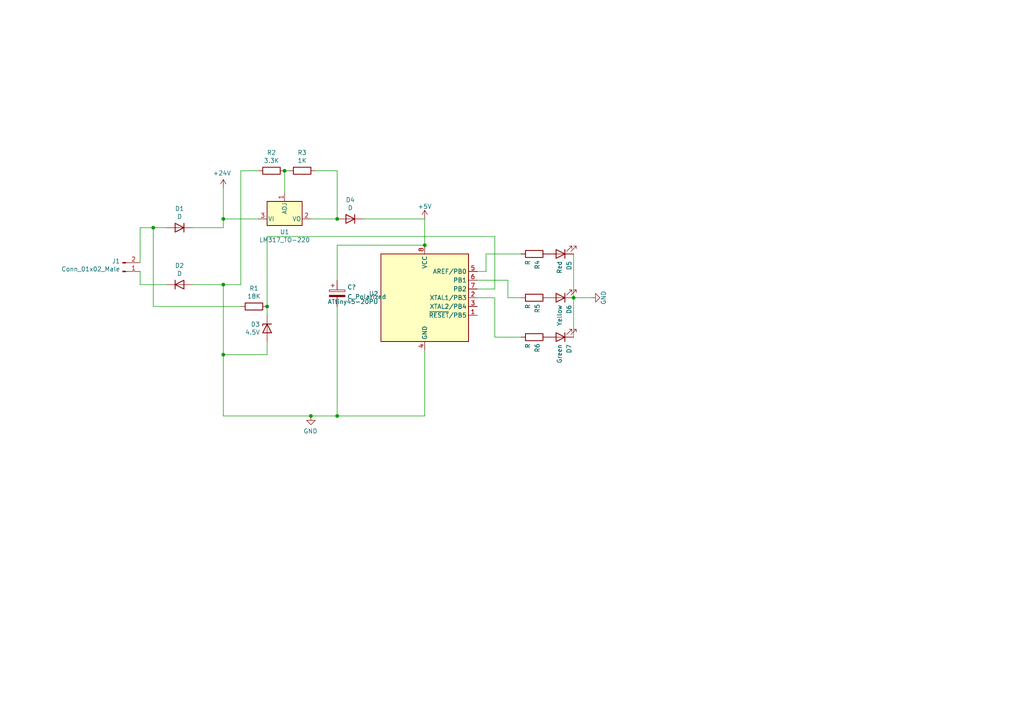
<source format=kicad_sch>
(kicad_sch (version 20211123) (generator eeschema)
  (paper "A4")
  (lib_symbols
    (symbol "Connector:Conn_01x02_Male" (pin_names (offset 1.016) hide)
      (property "Reference" "J" (at 0 2.54 0))
      (property "Value" "Conn_01x02_Male" (at 0 -5.08 0))
      (symbol "Conn_01x02_Male_1_1"
        (polyline (pts (xy 1.27 -2.54) (xy 0.8636 -2.54)) (stroke (width 0.1524)))
        (polyline (pts (xy 1.27 0) (xy 0.8636 0)) (stroke (width 0.1524)))
        (rectangle (start 0.8636 -2.413) (end 0 -2.667) (stroke (width 0.1524)) (fill (type outline)))
        (rectangle (start 0.8636 0.127) (end 0 -0.127) (stroke (width 0.1524)) (fill (type outline)))
        (pin passive line (at 5.08 0 180) (length 3.81) (name "Pin_1") (number "1"))
        (pin passive line (at 5.08 -2.54 180) (length 3.81) (name "Pin_2") (number "2"))
      )
    )
    (symbol "Device:C_Polarized" (pin_numbers hide) (pin_names (offset 0.254))
      (property "Reference" "C" (at 0.635 2.54 0))
      (property "Value" "C_Polarized" (at 0.635 -2.54 0))
      (symbol "C_Polarized_0_1"
        (rectangle (start -2.286 0.508) (end 2.286 1.016))
        (polyline (pts (xy -1.778 2.286) (xy -0.762 2.286)))
        (polyline (pts (xy -1.27 2.794) (xy -1.27 1.778)))
        (rectangle (start 2.286 -0.508) (end -2.286 -1.016) (fill (type outline)))
      )
      (symbol "C_Polarized_1_1"
        (pin passive line (at 0 3.81 270) (length 2.794) (name "~") (number "1"))
        (pin passive line (at 0 -3.81 90) (length 2.794) (name "~") (number "2"))
      )
    )
    (symbol "Device:D" (pin_numbers hide) (pin_names (offset 1.016) hide)
      (property "Reference" "D" (at 0 2.54 0))
      (property "Value" "D" (at 0 -2.54 0))
      (symbol "D_0_1"
        (polyline (pts (xy -1.27 1.27) (xy -1.27 -1.27)) (stroke (width 0.254)))
        (polyline (pts (xy 1.27 0) (xy -1.27 0)))
        (polyline (pts (xy 1.27 1.27) (xy 1.27 -1.27) (xy -1.27 0) (xy 1.27 1.27)) (stroke (width 0.254)))
      )
      (symbol "D_1_1"
        (pin passive line (at -3.81 0 0) (length 2.54) (name "K") (number "1"))
        (pin passive line (at 3.81 0 180) (length 2.54) (name "A") (number "2"))
      )
    )
    (symbol "Device:D_Zener" (pin_numbers hide) (pin_names (offset 1.016) hide)
      (property "Reference" "D" (at 0 2.54 0))
      (property "Value" "D_Zener" (at 0 -2.54 0))
      (symbol "D_Zener_0_1"
        (polyline (pts (xy 1.27 0) (xy -1.27 0)))
        (polyline (pts (xy -1.27 -1.27) (xy -1.27 1.27) (xy -0.762 1.27)) (stroke (width 0.254)))
        (polyline (pts (xy 1.27 -1.27) (xy 1.27 1.27) (xy -1.27 0) (xy 1.27 -1.27)) (stroke (width 0.254)))
      )
      (symbol "D_Zener_1_1"
        (pin passive line (at -3.81 0 0) (length 2.54) (name "K") (number "1"))
        (pin passive line (at 3.81 0 180) (length 2.54) (name "A") (number "2"))
      )
    )
    (symbol "Device:LED" (pin_numbers hide) (pin_names (offset 1.016) hide)
      (property "Reference" "D" (at 0 2.54 0))
      (property "Value" "LED" (at 0 -2.54 0))
      (symbol "LED_0_1"
        (polyline (pts (xy -1.27 -1.27) (xy -1.27 1.27)) (stroke (width 0.254)))
        (polyline (pts (xy -1.27 0) (xy 1.27 0)))
        (polyline (pts (xy 1.27 -1.27) (xy 1.27 1.27) (xy -1.27 0) (xy 1.27 -1.27)) (stroke (width 0.254)))
        (polyline (pts (xy -3.048 -0.762) (xy -4.572 -2.286) (xy -3.81 -2.286) (xy -4.572 -2.286) (xy -4.572 -1.524)))
        (polyline (pts (xy -1.778 -0.762) (xy -3.302 -2.286) (xy -2.54 -2.286) (xy -3.302 -2.286) (xy -3.302 -1.524)))
      )
      (symbol "LED_1_1"
        (pin passive line (at -3.81 0 0) (length 2.54) (name "K") (number "1"))
        (pin passive line (at 3.81 0 180) (length 2.54) (name "A") (number "2"))
      )
    )
    (symbol "Device:R" (pin_numbers hide) (pin_names (offset 0))
      (property "Reference" "R" (at 2.032 0 90))
      (property "Value" "R" (at 0 0 90))
      (symbol "R_0_1"
        (rectangle (start -1.016 -2.54) (end 1.016 2.54) (stroke (width 0.254)))
      )
      (symbol "R_1_1"
        (pin passive line (at 0 3.81 270) (length 1.27) (name "~") (number "1"))
        (pin passive line (at 0 -3.81 90) (length 1.27) (name "~") (number "2"))
      )
    )
    (symbol "MCU_Microchip_ATtiny:ATtiny45-20PU"
      (property "Reference" "U" (at -12.7 13.97 0))
      (property "Value" "MCU_Microchip_ATtiny_ATtiny45-20PU" (at 2.54 -13.97 0))
      (symbol "ATtiny45-20PU_0_1"
        (rectangle (start -12.7 -12.7) (end 12.7 12.7) (stroke (width 0.254)) (fill (type background)))
      )
      (symbol "ATtiny45-20PU_1_1"
        (pin bidirectional line (at 15.24 -5.08 180) (length 2.54) (name "~{RESET}/PB5") (number "1"))
        (pin bidirectional line (at 15.24 0 180) (length 2.54) (name "XTAL1/PB3") (number "2"))
        (pin bidirectional line (at 15.24 -2.54 180) (length 2.54) (name "XTAL2/PB4") (number "3"))
        (pin power_in line (at 0 -15.24 90) (length 2.54) (name "GND") (number "4"))
        (pin bidirectional line (at 15.24 7.62 180) (length 2.54) (name "AREF/PB0") (number "5"))
        (pin bidirectional line (at 15.24 5.08 180) (length 2.54) (name "PB1") (number "6"))
        (pin bidirectional line (at 15.24 2.54 180) (length 2.54) (name "PB2") (number "7"))
        (pin power_in line (at 0 15.24 270) (length 2.54) (name "VCC") (number "8"))
      )
    )
    (symbol "Regulator_Linear:LM317_TO-220" (pin_names (offset 0.254))
      (property "Reference" "U" (at -3.81 3.175 0))
      (property "Value" "LM317_TO-220" (at 0 3.175 0))
      (symbol "LM317_TO-220_0_1"
        (rectangle (start -5.08 1.905) (end 5.08 -5.08) (stroke (width 0.254)) (fill (type background)))
      )
      (symbol "LM317_TO-220_1_1"
        (pin input line (at 0 -7.62 90) (length 2.54) (name "ADJ") (number "1"))
        (pin power_out line (at 7.62 0 180) (length 2.54) (name "VO") (number "2"))
        (pin power_in line (at -7.62 0 0) (length 2.54) (name "VI") (number "3"))
      )
    )
    (symbol "power:+24V" (power) (pin_names (offset 0))
      (property "Value" "+24V" (at 0 3.556 0))
      (symbol "+24V_0_1"
        (polyline (pts (xy -0.762 1.27) (xy 0 2.54)))
        (polyline (pts (xy 0 0) (xy 0 2.54)))
        (polyline (pts (xy 0 2.54) (xy 0.762 1.27)))
      )
      (symbol "+24V_1_1"
        (pin power_in line (at 0 0 90) (length 0) hide (name "+24V") (number "1"))
      )
    )
    (symbol "power:+5V" (power) (pin_names (offset 0))
      (property "Value" "+5V" (at 0 3.556 0))
      (symbol "+5V_0_1"
        (polyline (pts (xy -0.762 1.27) (xy 0 2.54)))
        (polyline (pts (xy 0 0) (xy 0 2.54)))
        (polyline (pts (xy 0 2.54) (xy 0.762 1.27)))
      )
      (symbol "+5V_1_1"
        (pin power_in line (at 0 0 90) (length 0) hide (name "+5V") (number "1"))
      )
    )
    (symbol "power:GND" (power) (pin_names (offset 0))
      (property "Value" "GND" (at 0 -3.81 0))
      (symbol "GND_0_1"
        (polyline (pts (xy 0 0) (xy 0 -1.27) (xy 1.27 -1.27) (xy 0 -2.54) (xy -1.27 -1.27) (xy 0 -1.27)))
      )
      (symbol "GND_1_1"
        (pin power_in line (at 0 0 270) (length 0) hide (name "GND") (number "1"))
      )
    )
  )
  (junction (at 123.19 71.12))
  (junction (at 64.77 82.55))
  (junction (at 64.77 102.87))
  (junction (at 166.37 86.36))
  (junction (at 77.47 88.9))
  (junction (at 97.79 63.5))
  (junction (at 44.45 66.04))
  (junction (at 97.79 120.65))
  (junction (at 82.55 49.53))
  (junction (at 64.77 63.5))
  (junction (at 90.17 120.65))
  (wire (pts (xy 74.93 49.53) (xy 69.85 49.53)))
  (wire (pts (xy 138.43 86.36) (xy 143.51 86.36)))
  (wire (pts (xy 97.79 81.28) (xy 97.79 71.12)))
  (wire (pts (xy 69.85 49.53) (xy 69.85 82.55)))
  (wire (pts (xy 140.97 78.74) (xy 138.43 78.74)))
  (wire (pts (xy 97.79 88.9) (xy 97.79 120.65)))
  (wire (pts (xy 40.64 78.74) (xy 40.64 82.55)))
  (wire (pts (xy 64.77 102.87) (xy 64.77 82.55)))
  (wire (pts (xy 64.77 63.5) (xy 64.77 54.61)))
  (wire (pts (xy 77.47 99.06) (xy 77.47 102.87)))
  (wire (pts (xy 105.41 63.5) (xy 123.19 63.5)))
  (wire (pts (xy 97.79 71.12) (xy 123.19 71.12)))
  (wire (pts (xy 77.47 102.87) (xy 64.77 102.87)))
  (wire (pts (xy 83.82 49.53) (xy 82.55 49.53)))
  (wire (pts (xy 166.37 73.66) (xy 166.37 86.36)))
  (wire (pts (xy 77.47 68.58) (xy 77.47 88.9)))
  (wire (pts (xy 140.97 73.66) (xy 140.97 78.74)))
  (wire (pts (xy 97.79 120.65) (xy 123.19 120.65)))
  (wire (pts (xy 91.44 49.53) (xy 97.79 49.53)))
  (wire (pts (xy 97.79 49.53) (xy 97.79 63.5)))
  (wire (pts (xy 40.64 66.04) (xy 40.64 76.2)))
  (wire (pts (xy 64.77 66.04) (xy 64.77 63.5)))
  (wire (pts (xy 97.79 63.5) (xy 90.17 63.5)))
  (wire (pts (xy 138.43 81.28) (xy 147.32 81.28)))
  (wire (pts (xy 44.45 66.04) (xy 44.45 88.9)))
  (wire (pts (xy 77.47 88.9) (xy 77.47 91.44)))
  (wire (pts (xy 143.51 86.36) (xy 143.51 97.79)))
  (wire (pts (xy 44.45 66.04) (xy 40.64 66.04)))
  (wire (pts (xy 64.77 120.65) (xy 64.77 102.87)))
  (wire (pts (xy 147.32 81.28) (xy 147.32 86.36)))
  (wire (pts (xy 166.37 86.36) (xy 166.37 97.79)))
  (wire (pts (xy 147.32 86.36) (xy 151.13 86.36)))
  (wire (pts (xy 64.77 63.5) (xy 74.93 63.5)))
  (wire (pts (xy 55.88 66.04) (xy 64.77 66.04)))
  (wire (pts (xy 143.51 83.82) (xy 143.51 68.58)))
  (wire (pts (xy 123.19 120.65) (xy 123.19 101.6)))
  (wire (pts (xy 123.19 63.5) (xy 123.19 71.12)))
  (wire (pts (xy 143.51 97.79) (xy 151.13 97.79)))
  (wire (pts (xy 151.13 73.66) (xy 140.97 73.66)))
  (wire (pts (xy 48.26 66.04) (xy 44.45 66.04)))
  (wire (pts (xy 90.17 120.65) (xy 97.79 120.65)))
  (wire (pts (xy 138.43 83.82) (xy 143.51 83.82)))
  (wire (pts (xy 48.26 82.55) (xy 40.64 82.55)))
  (wire (pts (xy 82.55 49.53) (xy 82.55 55.88)))
  (wire (pts (xy 69.85 88.9) (xy 44.45 88.9)))
  (wire (pts (xy 64.77 82.55) (xy 55.88 82.55)))
  (wire (pts (xy 90.17 120.65) (xy 64.77 120.65)))
  (wire (pts (xy 143.51 68.58) (xy 77.47 68.58)))
  (wire (pts (xy 171.45 86.36) (xy 166.37 86.36)))
  (wire (pts (xy 69.85 82.55) (xy 64.77 82.55)))
  (symbol (lib_id "Device:D") (at 52.07 66.04 0) (mirror y) (unit 1)
    (property "Reference" "D1" (at 52.07 60.5282 0))
    (property "Value" "D" (at 52.07 62.8396 0))
    (property "Footprint" "Diode_THT:D_A-405_P10.16mm_Horizontal" (effects hide))
  )
  (symbol (lib_id "power:+5V") (at 123.19 63.5 0) (unit 1)
    (property "Reference" "#PWR0103" (effects hide))
    (property "Value" "+5V" (at 123.19 59.8955 0))
  )
  (symbol (lib_id "Device:C_Polarized") (at 97.79 85.09 0) (unit 1)
    (property "Reference" "C?" (at 100.711 83.2925 0) (effects (justify left)))
    (property "Value" "C_Polarized" (at 100.711 86.0676 0) (effects (justify left)))
  )
  (symbol (lib_id "Regulator_Linear:LM317_TO-220") (at 82.55 63.5 0) (mirror x) (unit 1)
    (property "Reference" "U1" (at 82.55 67.2846 0))
    (property "Value" "LM317_TO-220" (at 82.55 69.596 0))
    (property "Footprint" "Package_TO_SOT_THT:TO-220F-3_Horizontal_TabDown" (effects hide))
    (property "Datasheet" "http://www.ti.com/lit/ds/symlink/lm317.pdf" (effects hide))
  )
  (symbol (lib_id "Device:R") (at 154.94 86.36 270) (unit 1)
    (property "Reference" "R5" (at 155.8485 88.138 0) (effects (justify left)))
    (property "Value" "R" (at 153.0734 88.138 0) (effects (justify left)))
    (property "Footprint" "Resistor_THT:R_Axial_DIN0207_L6.3mm_D2.5mm_P7.62mm_Horizontal" (effects hide))
  )
  (symbol (lib_id "Device:LED") (at 162.56 73.66 180) (unit 1)
    (property "Reference" "D5" (at 165.056 75.692 90) (effects (justify left)))
    (property "Value" "Red" (at 162.2809 75.692 90) (effects (justify left)))
    (property "Footprint" "LED_THT:LED_D3.0mm" (effects hide))
  )
  (symbol (lib_id "Device:R") (at 87.63 49.53 90) (mirror x) (unit 1)
    (property "Reference" "R3" (at 87.63 44.2722 90))
    (property "Value" "1K" (at 87.63 46.5836 90))
    (property "Footprint" "Resistor_THT:R_Axial_DIN0207_L6.3mm_D2.5mm_P7.62mm_Horizontal" (effects hide))
  )
  (symbol (lib_id "Device:R") (at 154.94 97.79 270) (unit 1)
    (property "Reference" "R6" (at 155.8485 99.568 0) (effects (justify left)))
    (property "Value" "R" (at 153.0734 99.568 0) (effects (justify left)))
    (property "Footprint" "Resistor_THT:R_Axial_DIN0207_L6.3mm_D2.5mm_P7.62mm_Horizontal" (effects hide))
  )
  (symbol (lib_id "power:GND") (at 171.45 86.36 90) (unit 1)
    (property "Reference" "#PWR0102" (effects hide))
    (property "Value" "GND" (at 175.0545 86.36 0))
  )
  (symbol (lib_id "Device:R") (at 154.94 73.66 270) (unit 1)
    (property "Reference" "R4" (at 155.8485 75.438 0) (effects (justify left)))
    (property "Value" "R" (at 153.0734 75.438 0) (effects (justify left)))
    (property "Footprint" "Resistor_THT:R_Axial_DIN0207_L6.3mm_D2.5mm_P7.62mm_Horizontal" (effects hide))
  )
  (symbol (lib_id "Device:R") (at 78.74 49.53 270) (mirror x) (unit 1)
    (property "Reference" "R2" (at 78.74 44.2722 90))
    (property "Value" "3.3K" (at 78.74 46.5836 90))
    (property "Footprint" "Resistor_THT:R_Axial_DIN0207_L6.3mm_D2.5mm_P7.62mm_Horizontal" (effects hide))
  )
  (symbol (lib_id "Connector:Conn_01x02_Male") (at 35.56 78.74 0) (mirror x) (unit 1)
    (property "Reference" "J1" (at 34.8488 75.7428 0) (effects (justify right)))
    (property "Value" "Conn_01x02_Male" (at 34.8488 78.0542 0) (effects (justify right)))
    (property "Footprint" "Connector_Wire:SolderWire-0.127sqmm_1x02_P3.7mm_D0.48mm_OD1mm_Relief" (effects hide))
  )
  (symbol (lib_id "MCU_Microchip_ATtiny:ATtiny45-20PU") (at 123.19 86.36 0) (unit 1)
    (property "Reference" "U2" (at 109.728 85.1916 0) (effects (justify right)))
    (property "Value" "ATtiny45-20PU" (at 109.728 87.503 0) (effects (justify right)))
    (property "Footprint" "Package_DIP:DIP-8_W7.62mm_LongPads" (effects hide))
    (property "Datasheet" "http://ww1.microchip.com/downloads/en/DeviceDoc/atmel-2586-avr-8-bit-microcontroller-attiny25-attiny45-attiny85_datasheet.pdf" (effects hide))
  )
  (symbol (lib_id "Device:D_Zener") (at 77.47 95.25 90) (mirror x) (unit 1)
    (property "Reference" "D3" (at 75.438 94.0816 90) (effects (justify left)))
    (property "Value" "4.5V" (at 75.438 96.393 90) (effects (justify left)))
    (property "Footprint" "Diode_THT:D_DO-35_SOD27_P7.62mm_Horizontal" (effects hide))
  )
  (symbol (lib_id "Device:LED") (at 162.56 97.79 180) (unit 1)
    (property "Reference" "D7" (at 165.056 99.822 90) (effects (justify left)))
    (property "Value" "Green" (at 162.2809 99.822 90) (effects (justify left)))
    (property "Footprint" "LED_THT:LED_D3.0mm" (effects hide))
  )
  (symbol (lib_id "Device:R") (at 73.66 88.9 90) (mirror x) (unit 1)
    (property "Reference" "R1" (at 73.66 83.6422 90))
    (property "Value" "18K" (at 73.66 85.9536 90))
    (property "Footprint" "Resistor_THT:R_Axial_DIN0207_L6.3mm_D2.5mm_P7.62mm_Horizontal" (effects hide))
  )
  (symbol (lib_id "power:+24V") (at 64.77 54.61 0) (mirror y) (unit 1)
    (property "Reference" "#PWR0104" (effects hide))
    (property "Value" "+24V" (at 64.389 50.2158 0))
  )
  (symbol (lib_id "Device:D") (at 52.07 82.55 0) (mirror x) (unit 1)
    (property "Reference" "D2" (at 52.07 77.0382 0))
    (property "Value" "D" (at 52.07 79.3496 0))
    (property "Footprint" "Diode_THT:D_A-405_P10.16mm_Horizontal" (effects hide))
  )
  (symbol (lib_id "Device:LED") (at 162.56 86.36 180) (unit 1)
    (property "Reference" "D6" (at 165.056 88.392 90) (effects (justify left)))
    (property "Value" "Yellow" (at 162.2809 88.392 90) (effects (justify left)))
    (property "Footprint" "LED_THT:LED_D3.0mm" (effects hide))
  )
  (symbol (lib_id "Device:D") (at 101.6 63.5 0) (mirror y) (unit 1)
    (property "Reference" "D4" (at 101.6 57.9882 0))
    (property "Value" "D" (at 101.6 60.2996 0))
    (property "Footprint" "Diode_THT:D_A-405_P10.16mm_Horizontal" (effects hide))
  )
  (symbol (lib_id "power:GND") (at 90.17 120.65 0) (mirror y) (unit 1)
    (property "Reference" "#PWR0101" (effects hide))
    (property "Value" "GND" (at 90.043 125.0442 0))
  )
)
</source>
